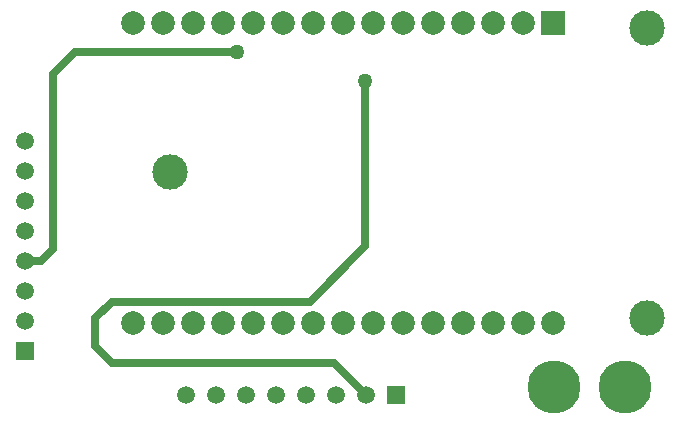
<source format=gbl>
G04*
G04 #@! TF.GenerationSoftware,Altium Limited,Altium Designer,20.2.3 (150)*
G04*
G04 Layer_Physical_Order=2*
G04 Layer_Color=16711680*
%FSLAX44Y44*%
%MOMM*%
G71*
G04*
G04 #@! TF.SameCoordinates,5F06F80F-724F-48A1-AB94-725DB31EE99F*
G04*
G04*
G04 #@! TF.FilePolarity,Positive*
G04*
G01*
G75*
%ADD34C,0.6350*%
%ADD36C,3.0000*%
%ADD37C,2.0000*%
%ADD38R,2.0000X2.0000*%
%ADD39C,1.5000*%
%ADD40R,1.5000X1.5000*%
%ADD41R,1.5000X1.5000*%
%ADD42C,4.5000*%
%ADD43C,1.2700*%
D34*
X215646Y-289306D02*
X383286D01*
X430022Y-242570D01*
Y-102362D01*
X142240Y-254762D02*
X155448D01*
X165608Y-244602D02*
Y-96886D01*
X155448Y-254762D02*
X165608Y-244602D01*
X201422Y-303530D02*
X215646Y-289306D01*
X201422Y-305165D02*
Y-303530D01*
X201422Y-327152D02*
X215900Y-341630D01*
X201422Y-327152D02*
Y-305165D01*
X201422Y-305165D01*
X215900Y-341630D02*
X404114D01*
X430784Y-368300D01*
X165608Y-96886D02*
X184770Y-77724D01*
X321310D01*
D36*
X668582Y-57794D02*
D03*
X264922Y-179324D02*
D03*
X668582Y-302894D02*
D03*
D37*
X233382Y-307594D02*
D03*
X258782D02*
D03*
X284182D02*
D03*
X309582D02*
D03*
X334982D02*
D03*
X360382D02*
D03*
X385782D02*
D03*
X411182D02*
D03*
X436582D02*
D03*
X461982D02*
D03*
X487382D02*
D03*
X512782D02*
D03*
X538182D02*
D03*
X563582D02*
D03*
X588982D02*
D03*
X233382Y-53594D02*
D03*
X258782D02*
D03*
X284182D02*
D03*
X309582D02*
D03*
X334982D02*
D03*
X360382D02*
D03*
X385782D02*
D03*
X411182D02*
D03*
X436582D02*
D03*
X461982D02*
D03*
X487382D02*
D03*
X512782D02*
D03*
X538182D02*
D03*
X563582D02*
D03*
D38*
X588982D02*
D03*
D39*
X142240Y-153162D02*
D03*
Y-178562D02*
D03*
Y-203962D02*
D03*
Y-229362D02*
D03*
Y-254762D02*
D03*
Y-280162D02*
D03*
Y-305562D02*
D03*
X430784Y-368300D02*
D03*
X405384D02*
D03*
X379984D02*
D03*
X354584D02*
D03*
X329184D02*
D03*
X303784D02*
D03*
X278384D02*
D03*
D40*
X142240Y-330962D02*
D03*
D41*
X456184Y-368300D02*
D03*
D42*
X590268Y-361950D02*
D03*
X650268D02*
D03*
D43*
X430022Y-102362D02*
D03*
X321310Y-77724D02*
D03*
M02*

</source>
